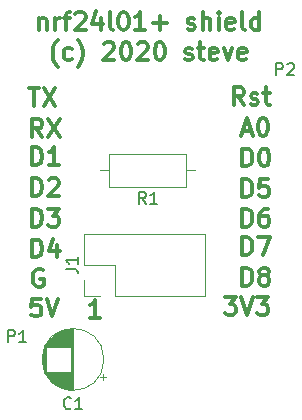
<source format=gto>
G04 #@! TF.GenerationSoftware,KiCad,Pcbnew,5.0.2+dfsg1-1~bpo9+1*
G04 #@! TF.CreationDate,2020-08-18T09:09:55+01:00*
G04 #@! TF.ProjectId,d1-nrf24l01-shield,64312d6e-7266-4323-946c-30312d736869,rev?*
G04 #@! TF.SameCoordinates,Original*
G04 #@! TF.FileFunction,Legend,Top*
G04 #@! TF.FilePolarity,Positive*
%FSLAX46Y46*%
G04 Gerber Fmt 4.6, Leading zero omitted, Abs format (unit mm)*
G04 Created by KiCad (PCBNEW 5.0.2+dfsg1-1~bpo9+1) date Tue 18 Aug 2020 09:09:55 IST*
%MOMM*%
%LPD*%
G01*
G04 APERTURE LIST*
%ADD10C,0.300000*%
%ADD11C,0.120000*%
%ADD12C,0.150000*%
G04 APERTURE END LIST*
D10*
X134667571Y-104818571D02*
X133810428Y-104818571D01*
X134239000Y-104818571D02*
X134239000Y-103318571D01*
X134096142Y-103532857D01*
X133953285Y-103675714D01*
X133810428Y-103747142D01*
X129489571Y-79429571D02*
X129489571Y-80429571D01*
X129489571Y-79572428D02*
X129561000Y-79501000D01*
X129703857Y-79429571D01*
X129918142Y-79429571D01*
X130061000Y-79501000D01*
X130132428Y-79643857D01*
X130132428Y-80429571D01*
X130846714Y-80429571D02*
X130846714Y-79429571D01*
X130846714Y-79715285D02*
X130918142Y-79572428D01*
X130989571Y-79501000D01*
X131132428Y-79429571D01*
X131275285Y-79429571D01*
X131561000Y-79429571D02*
X132132428Y-79429571D01*
X131775285Y-80429571D02*
X131775285Y-79143857D01*
X131846714Y-79001000D01*
X131989571Y-78929571D01*
X132132428Y-78929571D01*
X132561000Y-79072428D02*
X132632428Y-79001000D01*
X132775285Y-78929571D01*
X133132428Y-78929571D01*
X133275285Y-79001000D01*
X133346714Y-79072428D01*
X133418142Y-79215285D01*
X133418142Y-79358142D01*
X133346714Y-79572428D01*
X132489571Y-80429571D01*
X133418142Y-80429571D01*
X134703857Y-79429571D02*
X134703857Y-80429571D01*
X134346714Y-78858142D02*
X133989571Y-79929571D01*
X134918142Y-79929571D01*
X135703857Y-80429571D02*
X135561000Y-80358142D01*
X135489571Y-80215285D01*
X135489571Y-78929571D01*
X136561000Y-78929571D02*
X136703857Y-78929571D01*
X136846714Y-79001000D01*
X136918142Y-79072428D01*
X136989571Y-79215285D01*
X137061000Y-79501000D01*
X137061000Y-79858142D01*
X136989571Y-80143857D01*
X136918142Y-80286714D01*
X136846714Y-80358142D01*
X136703857Y-80429571D01*
X136561000Y-80429571D01*
X136418142Y-80358142D01*
X136346714Y-80286714D01*
X136275285Y-80143857D01*
X136203857Y-79858142D01*
X136203857Y-79501000D01*
X136275285Y-79215285D01*
X136346714Y-79072428D01*
X136418142Y-79001000D01*
X136561000Y-78929571D01*
X138489571Y-80429571D02*
X137632428Y-80429571D01*
X138061000Y-80429571D02*
X138061000Y-78929571D01*
X137918142Y-79143857D01*
X137775285Y-79286714D01*
X137632428Y-79358142D01*
X139132428Y-79858142D02*
X140275285Y-79858142D01*
X139703857Y-80429571D02*
X139703857Y-79286714D01*
X142061000Y-80358142D02*
X142203857Y-80429571D01*
X142489571Y-80429571D01*
X142632428Y-80358142D01*
X142703857Y-80215285D01*
X142703857Y-80143857D01*
X142632428Y-80001000D01*
X142489571Y-79929571D01*
X142275285Y-79929571D01*
X142132428Y-79858142D01*
X142061000Y-79715285D01*
X142061000Y-79643857D01*
X142132428Y-79501000D01*
X142275285Y-79429571D01*
X142489571Y-79429571D01*
X142632428Y-79501000D01*
X143346714Y-80429571D02*
X143346714Y-78929571D01*
X143989571Y-80429571D02*
X143989571Y-79643857D01*
X143918142Y-79501000D01*
X143775285Y-79429571D01*
X143561000Y-79429571D01*
X143418142Y-79501000D01*
X143346714Y-79572428D01*
X144703857Y-80429571D02*
X144703857Y-79429571D01*
X144703857Y-78929571D02*
X144632428Y-79001000D01*
X144703857Y-79072428D01*
X144775285Y-79001000D01*
X144703857Y-78929571D01*
X144703857Y-79072428D01*
X145989571Y-80358142D02*
X145846714Y-80429571D01*
X145561000Y-80429571D01*
X145418142Y-80358142D01*
X145346714Y-80215285D01*
X145346714Y-79643857D01*
X145418142Y-79501000D01*
X145561000Y-79429571D01*
X145846714Y-79429571D01*
X145989571Y-79501000D01*
X146061000Y-79643857D01*
X146061000Y-79786714D01*
X145346714Y-79929571D01*
X146918142Y-80429571D02*
X146775285Y-80358142D01*
X146703857Y-80215285D01*
X146703857Y-78929571D01*
X148132428Y-80429571D02*
X148132428Y-78929571D01*
X148132428Y-80358142D02*
X147989571Y-80429571D01*
X147703857Y-80429571D01*
X147561000Y-80358142D01*
X147489571Y-80286714D01*
X147418142Y-80143857D01*
X147418142Y-79715285D01*
X147489571Y-79572428D01*
X147561000Y-79501000D01*
X147703857Y-79429571D01*
X147989571Y-79429571D01*
X148132428Y-79501000D01*
X131061000Y-83551000D02*
X130989571Y-83479571D01*
X130846714Y-83265285D01*
X130775285Y-83122428D01*
X130703857Y-82908142D01*
X130632428Y-82551000D01*
X130632428Y-82265285D01*
X130703857Y-81908142D01*
X130775285Y-81693857D01*
X130846714Y-81551000D01*
X130989571Y-81336714D01*
X131061000Y-81265285D01*
X132275285Y-82908142D02*
X132132428Y-82979571D01*
X131846714Y-82979571D01*
X131703857Y-82908142D01*
X131632428Y-82836714D01*
X131561000Y-82693857D01*
X131561000Y-82265285D01*
X131632428Y-82122428D01*
X131703857Y-82051000D01*
X131846714Y-81979571D01*
X132132428Y-81979571D01*
X132275285Y-82051000D01*
X132775285Y-83551000D02*
X132846714Y-83479571D01*
X132989571Y-83265285D01*
X133061000Y-83122428D01*
X133132428Y-82908142D01*
X133203857Y-82551000D01*
X133203857Y-82265285D01*
X133132428Y-81908142D01*
X133061000Y-81693857D01*
X132989571Y-81551000D01*
X132846714Y-81336714D01*
X132775285Y-81265285D01*
X134989571Y-81622428D02*
X135061000Y-81551000D01*
X135203857Y-81479571D01*
X135561000Y-81479571D01*
X135703857Y-81551000D01*
X135775285Y-81622428D01*
X135846714Y-81765285D01*
X135846714Y-81908142D01*
X135775285Y-82122428D01*
X134918142Y-82979571D01*
X135846714Y-82979571D01*
X136775285Y-81479571D02*
X136918142Y-81479571D01*
X137061000Y-81551000D01*
X137132428Y-81622428D01*
X137203857Y-81765285D01*
X137275285Y-82051000D01*
X137275285Y-82408142D01*
X137203857Y-82693857D01*
X137132428Y-82836714D01*
X137061000Y-82908142D01*
X136918142Y-82979571D01*
X136775285Y-82979571D01*
X136632428Y-82908142D01*
X136561000Y-82836714D01*
X136489571Y-82693857D01*
X136418142Y-82408142D01*
X136418142Y-82051000D01*
X136489571Y-81765285D01*
X136561000Y-81622428D01*
X136632428Y-81551000D01*
X136775285Y-81479571D01*
X137846714Y-81622428D02*
X137918142Y-81551000D01*
X138061000Y-81479571D01*
X138418142Y-81479571D01*
X138561000Y-81551000D01*
X138632428Y-81622428D01*
X138703857Y-81765285D01*
X138703857Y-81908142D01*
X138632428Y-82122428D01*
X137775285Y-82979571D01*
X138703857Y-82979571D01*
X139632428Y-81479571D02*
X139775285Y-81479571D01*
X139918142Y-81551000D01*
X139989571Y-81622428D01*
X140061000Y-81765285D01*
X140132428Y-82051000D01*
X140132428Y-82408142D01*
X140061000Y-82693857D01*
X139989571Y-82836714D01*
X139918142Y-82908142D01*
X139775285Y-82979571D01*
X139632428Y-82979571D01*
X139489571Y-82908142D01*
X139418142Y-82836714D01*
X139346714Y-82693857D01*
X139275285Y-82408142D01*
X139275285Y-82051000D01*
X139346714Y-81765285D01*
X139418142Y-81622428D01*
X139489571Y-81551000D01*
X139632428Y-81479571D01*
X141846714Y-82908142D02*
X141989571Y-82979571D01*
X142275285Y-82979571D01*
X142418142Y-82908142D01*
X142489571Y-82765285D01*
X142489571Y-82693857D01*
X142418142Y-82551000D01*
X142275285Y-82479571D01*
X142061000Y-82479571D01*
X141918142Y-82408142D01*
X141846714Y-82265285D01*
X141846714Y-82193857D01*
X141918142Y-82051000D01*
X142061000Y-81979571D01*
X142275285Y-81979571D01*
X142418142Y-82051000D01*
X142918142Y-81979571D02*
X143489571Y-81979571D01*
X143132428Y-81479571D02*
X143132428Y-82765285D01*
X143203857Y-82908142D01*
X143346714Y-82979571D01*
X143489571Y-82979571D01*
X144561000Y-82908142D02*
X144418142Y-82979571D01*
X144132428Y-82979571D01*
X143989571Y-82908142D01*
X143918142Y-82765285D01*
X143918142Y-82193857D01*
X143989571Y-82051000D01*
X144132428Y-81979571D01*
X144418142Y-81979571D01*
X144561000Y-82051000D01*
X144632428Y-82193857D01*
X144632428Y-82336714D01*
X143918142Y-82479571D01*
X145132428Y-81979571D02*
X145489571Y-82979571D01*
X145846714Y-81979571D01*
X146989571Y-82908142D02*
X146846714Y-82979571D01*
X146561000Y-82979571D01*
X146418142Y-82908142D01*
X146346714Y-82765285D01*
X146346714Y-82193857D01*
X146418142Y-82051000D01*
X146561000Y-81979571D01*
X146846714Y-81979571D01*
X146989571Y-82051000D01*
X147061000Y-82193857D01*
X147061000Y-82336714D01*
X146346714Y-82479571D01*
X146828571Y-86778571D02*
X146328571Y-86064285D01*
X145971428Y-86778571D02*
X145971428Y-85278571D01*
X146542857Y-85278571D01*
X146685714Y-85350000D01*
X146757142Y-85421428D01*
X146828571Y-85564285D01*
X146828571Y-85778571D01*
X146757142Y-85921428D01*
X146685714Y-85992857D01*
X146542857Y-86064285D01*
X145971428Y-86064285D01*
X147400000Y-86707142D02*
X147542857Y-86778571D01*
X147828571Y-86778571D01*
X147971428Y-86707142D01*
X148042857Y-86564285D01*
X148042857Y-86492857D01*
X147971428Y-86350000D01*
X147828571Y-86278571D01*
X147614285Y-86278571D01*
X147471428Y-86207142D01*
X147400000Y-86064285D01*
X147400000Y-85992857D01*
X147471428Y-85850000D01*
X147614285Y-85778571D01*
X147828571Y-85778571D01*
X147971428Y-85850000D01*
X148471428Y-85778571D02*
X149042857Y-85778571D01*
X148685714Y-85278571D02*
X148685714Y-86564285D01*
X148757142Y-86707142D01*
X148900000Y-86778571D01*
X149042857Y-86778571D01*
X146728571Y-88950000D02*
X147442857Y-88950000D01*
X146585714Y-89378571D02*
X147085714Y-87878571D01*
X147585714Y-89378571D01*
X148371428Y-87878571D02*
X148514285Y-87878571D01*
X148657142Y-87950000D01*
X148728571Y-88021428D01*
X148800000Y-88164285D01*
X148871428Y-88450000D01*
X148871428Y-88807142D01*
X148800000Y-89092857D01*
X148728571Y-89235714D01*
X148657142Y-89307142D01*
X148514285Y-89378571D01*
X148371428Y-89378571D01*
X148228571Y-89307142D01*
X148157142Y-89235714D01*
X148085714Y-89092857D01*
X148014285Y-88807142D01*
X148014285Y-88450000D01*
X148085714Y-88164285D01*
X148157142Y-88021428D01*
X148228571Y-87950000D01*
X148371428Y-87878571D01*
X146692857Y-91978571D02*
X146692857Y-90478571D01*
X147050000Y-90478571D01*
X147264285Y-90550000D01*
X147407142Y-90692857D01*
X147478571Y-90835714D01*
X147550000Y-91121428D01*
X147550000Y-91335714D01*
X147478571Y-91621428D01*
X147407142Y-91764285D01*
X147264285Y-91907142D01*
X147050000Y-91978571D01*
X146692857Y-91978571D01*
X148478571Y-90478571D02*
X148621428Y-90478571D01*
X148764285Y-90550000D01*
X148835714Y-90621428D01*
X148907142Y-90764285D01*
X148978571Y-91050000D01*
X148978571Y-91407142D01*
X148907142Y-91692857D01*
X148835714Y-91835714D01*
X148764285Y-91907142D01*
X148621428Y-91978571D01*
X148478571Y-91978571D01*
X148335714Y-91907142D01*
X148264285Y-91835714D01*
X148192857Y-91692857D01*
X148121428Y-91407142D01*
X148121428Y-91050000D01*
X148192857Y-90764285D01*
X148264285Y-90621428D01*
X148335714Y-90550000D01*
X148478571Y-90478571D01*
X146692857Y-94578571D02*
X146692857Y-93078571D01*
X147050000Y-93078571D01*
X147264285Y-93150000D01*
X147407142Y-93292857D01*
X147478571Y-93435714D01*
X147550000Y-93721428D01*
X147550000Y-93935714D01*
X147478571Y-94221428D01*
X147407142Y-94364285D01*
X147264285Y-94507142D01*
X147050000Y-94578571D01*
X146692857Y-94578571D01*
X148907142Y-93078571D02*
X148192857Y-93078571D01*
X148121428Y-93792857D01*
X148192857Y-93721428D01*
X148335714Y-93650000D01*
X148692857Y-93650000D01*
X148835714Y-93721428D01*
X148907142Y-93792857D01*
X148978571Y-93935714D01*
X148978571Y-94292857D01*
X148907142Y-94435714D01*
X148835714Y-94507142D01*
X148692857Y-94578571D01*
X148335714Y-94578571D01*
X148192857Y-94507142D01*
X148121428Y-94435714D01*
X146692857Y-97078571D02*
X146692857Y-95578571D01*
X147050000Y-95578571D01*
X147264285Y-95650000D01*
X147407142Y-95792857D01*
X147478571Y-95935714D01*
X147550000Y-96221428D01*
X147550000Y-96435714D01*
X147478571Y-96721428D01*
X147407142Y-96864285D01*
X147264285Y-97007142D01*
X147050000Y-97078571D01*
X146692857Y-97078571D01*
X148835714Y-95578571D02*
X148550000Y-95578571D01*
X148407142Y-95650000D01*
X148335714Y-95721428D01*
X148192857Y-95935714D01*
X148121428Y-96221428D01*
X148121428Y-96792857D01*
X148192857Y-96935714D01*
X148264285Y-97007142D01*
X148407142Y-97078571D01*
X148692857Y-97078571D01*
X148835714Y-97007142D01*
X148907142Y-96935714D01*
X148978571Y-96792857D01*
X148978571Y-96435714D01*
X148907142Y-96292857D01*
X148835714Y-96221428D01*
X148692857Y-96150000D01*
X148407142Y-96150000D01*
X148264285Y-96221428D01*
X148192857Y-96292857D01*
X148121428Y-96435714D01*
X146692857Y-99478571D02*
X146692857Y-97978571D01*
X147050000Y-97978571D01*
X147264285Y-98050000D01*
X147407142Y-98192857D01*
X147478571Y-98335714D01*
X147550000Y-98621428D01*
X147550000Y-98835714D01*
X147478571Y-99121428D01*
X147407142Y-99264285D01*
X147264285Y-99407142D01*
X147050000Y-99478571D01*
X146692857Y-99478571D01*
X148050000Y-97978571D02*
X149050000Y-97978571D01*
X148407142Y-99478571D01*
X146692857Y-102078571D02*
X146692857Y-100578571D01*
X147050000Y-100578571D01*
X147264285Y-100650000D01*
X147407142Y-100792857D01*
X147478571Y-100935714D01*
X147550000Y-101221428D01*
X147550000Y-101435714D01*
X147478571Y-101721428D01*
X147407142Y-101864285D01*
X147264285Y-102007142D01*
X147050000Y-102078571D01*
X146692857Y-102078571D01*
X148407142Y-101221428D02*
X148264285Y-101150000D01*
X148192857Y-101078571D01*
X148121428Y-100935714D01*
X148121428Y-100864285D01*
X148192857Y-100721428D01*
X148264285Y-100650000D01*
X148407142Y-100578571D01*
X148692857Y-100578571D01*
X148835714Y-100650000D01*
X148907142Y-100721428D01*
X148978571Y-100864285D01*
X148978571Y-100935714D01*
X148907142Y-101078571D01*
X148835714Y-101150000D01*
X148692857Y-101221428D01*
X148407142Y-101221428D01*
X148264285Y-101292857D01*
X148192857Y-101364285D01*
X148121428Y-101507142D01*
X148121428Y-101792857D01*
X148192857Y-101935714D01*
X148264285Y-102007142D01*
X148407142Y-102078571D01*
X148692857Y-102078571D01*
X148835714Y-102007142D01*
X148907142Y-101935714D01*
X148978571Y-101792857D01*
X148978571Y-101507142D01*
X148907142Y-101364285D01*
X148835714Y-101292857D01*
X148692857Y-101221428D01*
X145242857Y-103078571D02*
X146171428Y-103078571D01*
X145671428Y-103650000D01*
X145885714Y-103650000D01*
X146028571Y-103721428D01*
X146100000Y-103792857D01*
X146171428Y-103935714D01*
X146171428Y-104292857D01*
X146100000Y-104435714D01*
X146028571Y-104507142D01*
X145885714Y-104578571D01*
X145457142Y-104578571D01*
X145314285Y-104507142D01*
X145242857Y-104435714D01*
X146600000Y-103078571D02*
X147100000Y-104578571D01*
X147600000Y-103078571D01*
X147957142Y-103078571D02*
X148885714Y-103078571D01*
X148385714Y-103650000D01*
X148600000Y-103650000D01*
X148742857Y-103721428D01*
X148814285Y-103792857D01*
X148885714Y-103935714D01*
X148885714Y-104292857D01*
X148814285Y-104435714D01*
X148742857Y-104507142D01*
X148600000Y-104578571D01*
X148171428Y-104578571D01*
X148028571Y-104507142D01*
X147957142Y-104435714D01*
X128657142Y-85378571D02*
X129514285Y-85378571D01*
X129085714Y-86878571D02*
X129085714Y-85378571D01*
X129871428Y-85378571D02*
X130871428Y-86878571D01*
X130871428Y-85378571D02*
X129871428Y-86878571D01*
X129750000Y-89478571D02*
X129250000Y-88764285D01*
X128892857Y-89478571D02*
X128892857Y-87978571D01*
X129464285Y-87978571D01*
X129607142Y-88050000D01*
X129678571Y-88121428D01*
X129750000Y-88264285D01*
X129750000Y-88478571D01*
X129678571Y-88621428D01*
X129607142Y-88692857D01*
X129464285Y-88764285D01*
X128892857Y-88764285D01*
X130250000Y-87978571D02*
X131250000Y-89478571D01*
X131250000Y-87978571D02*
X130250000Y-89478571D01*
X128892857Y-91878571D02*
X128892857Y-90378571D01*
X129250000Y-90378571D01*
X129464285Y-90450000D01*
X129607142Y-90592857D01*
X129678571Y-90735714D01*
X129750000Y-91021428D01*
X129750000Y-91235714D01*
X129678571Y-91521428D01*
X129607142Y-91664285D01*
X129464285Y-91807142D01*
X129250000Y-91878571D01*
X128892857Y-91878571D01*
X131178571Y-91878571D02*
X130321428Y-91878571D01*
X130750000Y-91878571D02*
X130750000Y-90378571D01*
X130607142Y-90592857D01*
X130464285Y-90735714D01*
X130321428Y-90807142D01*
X128892857Y-94478571D02*
X128892857Y-92978571D01*
X129250000Y-92978571D01*
X129464285Y-93050000D01*
X129607142Y-93192857D01*
X129678571Y-93335714D01*
X129750000Y-93621428D01*
X129750000Y-93835714D01*
X129678571Y-94121428D01*
X129607142Y-94264285D01*
X129464285Y-94407142D01*
X129250000Y-94478571D01*
X128892857Y-94478571D01*
X130321428Y-93121428D02*
X130392857Y-93050000D01*
X130535714Y-92978571D01*
X130892857Y-92978571D01*
X131035714Y-93050000D01*
X131107142Y-93121428D01*
X131178571Y-93264285D01*
X131178571Y-93407142D01*
X131107142Y-93621428D01*
X130250000Y-94478571D01*
X131178571Y-94478571D01*
X128892857Y-97078571D02*
X128892857Y-95578571D01*
X129250000Y-95578571D01*
X129464285Y-95650000D01*
X129607142Y-95792857D01*
X129678571Y-95935714D01*
X129750000Y-96221428D01*
X129750000Y-96435714D01*
X129678571Y-96721428D01*
X129607142Y-96864285D01*
X129464285Y-97007142D01*
X129250000Y-97078571D01*
X128892857Y-97078571D01*
X130250000Y-95578571D02*
X131178571Y-95578571D01*
X130678571Y-96150000D01*
X130892857Y-96150000D01*
X131035714Y-96221428D01*
X131107142Y-96292857D01*
X131178571Y-96435714D01*
X131178571Y-96792857D01*
X131107142Y-96935714D01*
X131035714Y-97007142D01*
X130892857Y-97078571D01*
X130464285Y-97078571D01*
X130321428Y-97007142D01*
X130250000Y-96935714D01*
X128892857Y-99678571D02*
X128892857Y-98178571D01*
X129250000Y-98178571D01*
X129464285Y-98250000D01*
X129607142Y-98392857D01*
X129678571Y-98535714D01*
X129750000Y-98821428D01*
X129750000Y-99035714D01*
X129678571Y-99321428D01*
X129607142Y-99464285D01*
X129464285Y-99607142D01*
X129250000Y-99678571D01*
X128892857Y-99678571D01*
X131035714Y-98678571D02*
X131035714Y-99678571D01*
X130678571Y-98107142D02*
X130321428Y-99178571D01*
X131250000Y-99178571D01*
X129792857Y-100750000D02*
X129650000Y-100678571D01*
X129435714Y-100678571D01*
X129221428Y-100750000D01*
X129078571Y-100892857D01*
X129007142Y-101035714D01*
X128935714Y-101321428D01*
X128935714Y-101535714D01*
X129007142Y-101821428D01*
X129078571Y-101964285D01*
X129221428Y-102107142D01*
X129435714Y-102178571D01*
X129578571Y-102178571D01*
X129792857Y-102107142D01*
X129864285Y-102035714D01*
X129864285Y-101535714D01*
X129578571Y-101535714D01*
X129614285Y-103178571D02*
X128900000Y-103178571D01*
X128828571Y-103892857D01*
X128900000Y-103821428D01*
X129042857Y-103750000D01*
X129400000Y-103750000D01*
X129542857Y-103821428D01*
X129614285Y-103892857D01*
X129685714Y-104035714D01*
X129685714Y-104392857D01*
X129614285Y-104535714D01*
X129542857Y-104607142D01*
X129400000Y-104678571D01*
X129042857Y-104678571D01*
X128900000Y-104607142D01*
X128828571Y-104535714D01*
X130114285Y-103178571D02*
X130614285Y-104678571D01*
X131114285Y-103178571D01*
D11*
G04 #@! TO.C,C1*
X134974000Y-108331000D02*
G75*
G03X134974000Y-108331000I-2620000J0D01*
G01*
X132354000Y-110911000D02*
X132354000Y-105751000D01*
X132314000Y-110911000D02*
X132314000Y-105751000D01*
X132274000Y-110910000D02*
X132274000Y-105752000D01*
X132234000Y-110909000D02*
X132234000Y-105753000D01*
X132194000Y-110907000D02*
X132194000Y-105755000D01*
X132154000Y-110904000D02*
X132154000Y-105758000D01*
X132114000Y-110900000D02*
X132114000Y-109371000D01*
X132114000Y-107291000D02*
X132114000Y-105762000D01*
X132074000Y-110896000D02*
X132074000Y-109371000D01*
X132074000Y-107291000D02*
X132074000Y-105766000D01*
X132034000Y-110892000D02*
X132034000Y-109371000D01*
X132034000Y-107291000D02*
X132034000Y-105770000D01*
X131994000Y-110887000D02*
X131994000Y-109371000D01*
X131994000Y-107291000D02*
X131994000Y-105775000D01*
X131954000Y-110881000D02*
X131954000Y-109371000D01*
X131954000Y-107291000D02*
X131954000Y-105781000D01*
X131914000Y-110874000D02*
X131914000Y-109371000D01*
X131914000Y-107291000D02*
X131914000Y-105788000D01*
X131874000Y-110867000D02*
X131874000Y-109371000D01*
X131874000Y-107291000D02*
X131874000Y-105795000D01*
X131834000Y-110859000D02*
X131834000Y-109371000D01*
X131834000Y-107291000D02*
X131834000Y-105803000D01*
X131794000Y-110851000D02*
X131794000Y-109371000D01*
X131794000Y-107291000D02*
X131794000Y-105811000D01*
X131754000Y-110842000D02*
X131754000Y-109371000D01*
X131754000Y-107291000D02*
X131754000Y-105820000D01*
X131714000Y-110832000D02*
X131714000Y-109371000D01*
X131714000Y-107291000D02*
X131714000Y-105830000D01*
X131674000Y-110822000D02*
X131674000Y-109371000D01*
X131674000Y-107291000D02*
X131674000Y-105840000D01*
X131633000Y-110811000D02*
X131633000Y-109371000D01*
X131633000Y-107291000D02*
X131633000Y-105851000D01*
X131593000Y-110799000D02*
X131593000Y-109371000D01*
X131593000Y-107291000D02*
X131593000Y-105863000D01*
X131553000Y-110786000D02*
X131553000Y-109371000D01*
X131553000Y-107291000D02*
X131553000Y-105876000D01*
X131513000Y-110773000D02*
X131513000Y-109371000D01*
X131513000Y-107291000D02*
X131513000Y-105889000D01*
X131473000Y-110759000D02*
X131473000Y-109371000D01*
X131473000Y-107291000D02*
X131473000Y-105903000D01*
X131433000Y-110745000D02*
X131433000Y-109371000D01*
X131433000Y-107291000D02*
X131433000Y-105917000D01*
X131393000Y-110729000D02*
X131393000Y-109371000D01*
X131393000Y-107291000D02*
X131393000Y-105933000D01*
X131353000Y-110713000D02*
X131353000Y-109371000D01*
X131353000Y-107291000D02*
X131353000Y-105949000D01*
X131313000Y-110696000D02*
X131313000Y-109371000D01*
X131313000Y-107291000D02*
X131313000Y-105966000D01*
X131273000Y-110679000D02*
X131273000Y-109371000D01*
X131273000Y-107291000D02*
X131273000Y-105983000D01*
X131233000Y-110660000D02*
X131233000Y-109371000D01*
X131233000Y-107291000D02*
X131233000Y-106002000D01*
X131193000Y-110641000D02*
X131193000Y-109371000D01*
X131193000Y-107291000D02*
X131193000Y-106021000D01*
X131153000Y-110621000D02*
X131153000Y-109371000D01*
X131153000Y-107291000D02*
X131153000Y-106041000D01*
X131113000Y-110599000D02*
X131113000Y-109371000D01*
X131113000Y-107291000D02*
X131113000Y-106063000D01*
X131073000Y-110578000D02*
X131073000Y-109371000D01*
X131073000Y-107291000D02*
X131073000Y-106084000D01*
X131033000Y-110555000D02*
X131033000Y-109371000D01*
X131033000Y-107291000D02*
X131033000Y-106107000D01*
X130993000Y-110531000D02*
X130993000Y-109371000D01*
X130993000Y-107291000D02*
X130993000Y-106131000D01*
X130953000Y-110506000D02*
X130953000Y-109371000D01*
X130953000Y-107291000D02*
X130953000Y-106156000D01*
X130913000Y-110480000D02*
X130913000Y-109371000D01*
X130913000Y-107291000D02*
X130913000Y-106182000D01*
X130873000Y-110453000D02*
X130873000Y-109371000D01*
X130873000Y-107291000D02*
X130873000Y-106209000D01*
X130833000Y-110426000D02*
X130833000Y-109371000D01*
X130833000Y-107291000D02*
X130833000Y-106236000D01*
X130793000Y-110396000D02*
X130793000Y-109371000D01*
X130793000Y-107291000D02*
X130793000Y-106266000D01*
X130753000Y-110366000D02*
X130753000Y-109371000D01*
X130753000Y-107291000D02*
X130753000Y-106296000D01*
X130713000Y-110335000D02*
X130713000Y-109371000D01*
X130713000Y-107291000D02*
X130713000Y-106327000D01*
X130673000Y-110302000D02*
X130673000Y-109371000D01*
X130673000Y-107291000D02*
X130673000Y-106360000D01*
X130633000Y-110268000D02*
X130633000Y-109371000D01*
X130633000Y-107291000D02*
X130633000Y-106394000D01*
X130593000Y-110232000D02*
X130593000Y-109371000D01*
X130593000Y-107291000D02*
X130593000Y-106430000D01*
X130553000Y-110195000D02*
X130553000Y-109371000D01*
X130553000Y-107291000D02*
X130553000Y-106467000D01*
X130513000Y-110157000D02*
X130513000Y-109371000D01*
X130513000Y-107291000D02*
X130513000Y-106505000D01*
X130473000Y-110116000D02*
X130473000Y-109371000D01*
X130473000Y-107291000D02*
X130473000Y-106546000D01*
X130433000Y-110074000D02*
X130433000Y-109371000D01*
X130433000Y-107291000D02*
X130433000Y-106588000D01*
X130393000Y-110030000D02*
X130393000Y-109371000D01*
X130393000Y-107291000D02*
X130393000Y-106632000D01*
X130353000Y-109984000D02*
X130353000Y-109371000D01*
X130353000Y-107291000D02*
X130353000Y-106678000D01*
X130313000Y-109936000D02*
X130313000Y-109371000D01*
X130313000Y-107291000D02*
X130313000Y-106726000D01*
X130273000Y-109885000D02*
X130273000Y-109371000D01*
X130273000Y-107291000D02*
X130273000Y-106777000D01*
X130233000Y-109831000D02*
X130233000Y-109371000D01*
X130233000Y-107291000D02*
X130233000Y-106831000D01*
X130193000Y-109774000D02*
X130193000Y-109371000D01*
X130193000Y-107291000D02*
X130193000Y-106888000D01*
X130153000Y-109714000D02*
X130153000Y-109371000D01*
X130153000Y-107291000D02*
X130153000Y-106948000D01*
X130113000Y-109650000D02*
X130113000Y-109371000D01*
X130113000Y-107291000D02*
X130113000Y-107012000D01*
X130073000Y-109582000D02*
X130073000Y-109371000D01*
X130073000Y-107291000D02*
X130073000Y-107080000D01*
X130033000Y-109509000D02*
X130033000Y-107153000D01*
X129993000Y-109429000D02*
X129993000Y-107233000D01*
X129953000Y-109342000D02*
X129953000Y-107320000D01*
X129913000Y-109246000D02*
X129913000Y-107416000D01*
X129873000Y-109136000D02*
X129873000Y-107526000D01*
X129833000Y-109008000D02*
X129833000Y-107654000D01*
X129793000Y-108849000D02*
X129793000Y-107813000D01*
X129753000Y-108615000D02*
X129753000Y-108047000D01*
X135158775Y-109806000D02*
X134658775Y-109806000D01*
X134908775Y-110056000D02*
X134908775Y-109556000D01*
G04 #@! TO.C,J1*
X143570000Y-102930000D02*
X143570000Y-97730000D01*
X135890000Y-102930000D02*
X143570000Y-102930000D01*
X133290000Y-97730000D02*
X143570000Y-97730000D01*
X135890000Y-102930000D02*
X135890000Y-100330000D01*
X135890000Y-100330000D02*
X133290000Y-100330000D01*
X133290000Y-100330000D02*
X133290000Y-97730000D01*
X134620000Y-102930000D02*
X133290000Y-102930000D01*
X133290000Y-102930000D02*
X133290000Y-101600000D01*
G04 #@! TO.C,R1*
X141954000Y-93699000D02*
X141954000Y-90959000D01*
X141954000Y-90959000D02*
X135414000Y-90959000D01*
X135414000Y-90959000D02*
X135414000Y-93699000D01*
X135414000Y-93699000D02*
X141954000Y-93699000D01*
X142724000Y-92329000D02*
X141954000Y-92329000D01*
X134644000Y-92329000D02*
X135414000Y-92329000D01*
G04 #@! TO.C,C1*
D12*
X132187333Y-112438142D02*
X132139714Y-112485761D01*
X131996857Y-112533380D01*
X131901619Y-112533380D01*
X131758761Y-112485761D01*
X131663523Y-112390523D01*
X131615904Y-112295285D01*
X131568285Y-112104809D01*
X131568285Y-111961952D01*
X131615904Y-111771476D01*
X131663523Y-111676238D01*
X131758761Y-111581000D01*
X131901619Y-111533380D01*
X131996857Y-111533380D01*
X132139714Y-111581000D01*
X132187333Y-111628619D01*
X133139714Y-112533380D02*
X132568285Y-112533380D01*
X132854000Y-112533380D02*
X132854000Y-111533380D01*
X132758761Y-111676238D01*
X132663523Y-111771476D01*
X132568285Y-111819095D01*
G04 #@! TO.C,J1*
X131742380Y-100663333D02*
X132456666Y-100663333D01*
X132599523Y-100710952D01*
X132694761Y-100806190D01*
X132742380Y-100949047D01*
X132742380Y-101044285D01*
X132742380Y-99663333D02*
X132742380Y-100234761D01*
X132742380Y-99949047D02*
X131742380Y-99949047D01*
X131885238Y-100044285D01*
X131980476Y-100139523D01*
X132028095Y-100234761D01*
G04 #@! TO.C,R1*
X138517333Y-95151380D02*
X138184000Y-94675190D01*
X137945904Y-95151380D02*
X137945904Y-94151380D01*
X138326857Y-94151380D01*
X138422095Y-94199000D01*
X138469714Y-94246619D01*
X138517333Y-94341857D01*
X138517333Y-94484714D01*
X138469714Y-94579952D01*
X138422095Y-94627571D01*
X138326857Y-94675190D01*
X137945904Y-94675190D01*
X139469714Y-95151380D02*
X138898285Y-95151380D01*
X139184000Y-95151380D02*
X139184000Y-94151380D01*
X139088761Y-94294238D01*
X138993523Y-94389476D01*
X138898285Y-94437095D01*
G04 #@! TO.C,P1*
X126861904Y-106852380D02*
X126861904Y-105852380D01*
X127242857Y-105852380D01*
X127338095Y-105900000D01*
X127385714Y-105947619D01*
X127433333Y-106042857D01*
X127433333Y-106185714D01*
X127385714Y-106280952D01*
X127338095Y-106328571D01*
X127242857Y-106376190D01*
X126861904Y-106376190D01*
X128385714Y-106852380D02*
X127814285Y-106852380D01*
X128100000Y-106852380D02*
X128100000Y-105852380D01*
X128004761Y-105995238D01*
X127909523Y-106090476D01*
X127814285Y-106138095D01*
G04 #@! TO.C,P2*
X149561904Y-84252380D02*
X149561904Y-83252380D01*
X149942857Y-83252380D01*
X150038095Y-83300000D01*
X150085714Y-83347619D01*
X150133333Y-83442857D01*
X150133333Y-83585714D01*
X150085714Y-83680952D01*
X150038095Y-83728571D01*
X149942857Y-83776190D01*
X149561904Y-83776190D01*
X150514285Y-83347619D02*
X150561904Y-83300000D01*
X150657142Y-83252380D01*
X150895238Y-83252380D01*
X150990476Y-83300000D01*
X151038095Y-83347619D01*
X151085714Y-83442857D01*
X151085714Y-83538095D01*
X151038095Y-83680952D01*
X150466666Y-84252380D01*
X151085714Y-84252380D01*
G04 #@! TD*
M02*

</source>
